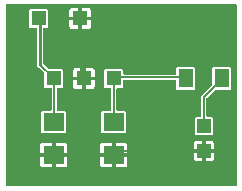
<source format=gbr>
G04 EAGLE Gerber RS-274X export*
G75*
%MOMM*%
%FSLAX34Y34*%
%LPD*%
%INTop Copper*%
%IPPOS*%
%AMOC8*
5,1,8,0,0,1.08239X$1,22.5*%
G01*
%ADD10R,1.200000X1.200000*%
%ADD11R,1.300000X1.600000*%
%ADD12R,1.308000X1.308000*%
%ADD13R,1.800000X1.600000*%
%ADD14C,0.152400*%
%ADD15C,0.254000*%

G36*
X293698Y35564D02*
X293698Y35564D01*
X293717Y35562D01*
X293819Y35584D01*
X293921Y35600D01*
X293938Y35610D01*
X293958Y35614D01*
X294047Y35667D01*
X294138Y35716D01*
X294152Y35730D01*
X294169Y35740D01*
X294236Y35819D01*
X294308Y35894D01*
X294316Y35912D01*
X294329Y35927D01*
X294368Y36023D01*
X294411Y36117D01*
X294413Y36137D01*
X294421Y36155D01*
X294439Y36322D01*
X294439Y188978D01*
X294436Y188998D01*
X294438Y189017D01*
X294416Y189119D01*
X294400Y189221D01*
X294390Y189238D01*
X294386Y189258D01*
X294333Y189347D01*
X294284Y189438D01*
X294270Y189452D01*
X294260Y189469D01*
X294181Y189536D01*
X294106Y189608D01*
X294088Y189616D01*
X294073Y189629D01*
X293977Y189668D01*
X293883Y189711D01*
X293863Y189713D01*
X293845Y189721D01*
X293678Y189739D01*
X99822Y189739D01*
X99802Y189736D01*
X99783Y189738D01*
X99681Y189716D01*
X99579Y189700D01*
X99562Y189690D01*
X99542Y189686D01*
X99453Y189633D01*
X99362Y189584D01*
X99348Y189570D01*
X99331Y189560D01*
X99264Y189481D01*
X99192Y189406D01*
X99184Y189388D01*
X99171Y189373D01*
X99132Y189277D01*
X99089Y189183D01*
X99087Y189163D01*
X99079Y189145D01*
X99061Y188978D01*
X99061Y36322D01*
X99064Y36302D01*
X99062Y36283D01*
X99084Y36181D01*
X99100Y36079D01*
X99110Y36062D01*
X99114Y36042D01*
X99167Y35953D01*
X99216Y35862D01*
X99230Y35848D01*
X99240Y35831D01*
X99319Y35764D01*
X99394Y35692D01*
X99412Y35684D01*
X99427Y35671D01*
X99523Y35632D01*
X99617Y35589D01*
X99637Y35587D01*
X99655Y35579D01*
X99822Y35561D01*
X293678Y35561D01*
X293698Y35564D01*
G37*
%LPC*%
G36*
X180868Y80675D02*
X180868Y80675D01*
X179975Y81568D01*
X179975Y98832D01*
X180868Y99725D01*
X187452Y99725D01*
X187472Y99728D01*
X187491Y99726D01*
X187593Y99748D01*
X187695Y99764D01*
X187712Y99774D01*
X187732Y99778D01*
X187821Y99831D01*
X187912Y99880D01*
X187926Y99894D01*
X187943Y99904D01*
X188010Y99983D01*
X188082Y100058D01*
X188090Y100076D01*
X188103Y100091D01*
X188142Y100187D01*
X188185Y100281D01*
X188187Y100301D01*
X188195Y100319D01*
X188213Y100486D01*
X188213Y118174D01*
X188210Y118194D01*
X188212Y118213D01*
X188190Y118315D01*
X188174Y118417D01*
X188164Y118434D01*
X188160Y118454D01*
X188107Y118543D01*
X188058Y118634D01*
X188044Y118648D01*
X188034Y118665D01*
X187955Y118732D01*
X187880Y118804D01*
X187862Y118812D01*
X187847Y118825D01*
X187751Y118864D01*
X187657Y118907D01*
X187637Y118909D01*
X187619Y118917D01*
X187452Y118935D01*
X183328Y118935D01*
X182435Y119828D01*
X182435Y134172D01*
X183328Y135065D01*
X197672Y135065D01*
X198565Y134172D01*
X198565Y131064D01*
X198568Y131044D01*
X198566Y131025D01*
X198588Y130923D01*
X198604Y130821D01*
X198614Y130804D01*
X198618Y130784D01*
X198671Y130695D01*
X198720Y130604D01*
X198734Y130590D01*
X198744Y130573D01*
X198823Y130506D01*
X198898Y130434D01*
X198916Y130426D01*
X198931Y130413D01*
X199027Y130374D01*
X199121Y130331D01*
X199141Y130329D01*
X199159Y130321D01*
X199326Y130303D01*
X242674Y130303D01*
X242694Y130306D01*
X242713Y130304D01*
X242815Y130326D01*
X242917Y130342D01*
X242934Y130352D01*
X242954Y130356D01*
X243043Y130409D01*
X243134Y130458D01*
X243148Y130472D01*
X243165Y130482D01*
X243232Y130561D01*
X243304Y130636D01*
X243312Y130654D01*
X243325Y130669D01*
X243364Y130765D01*
X243407Y130859D01*
X243409Y130879D01*
X243417Y130897D01*
X243435Y131064D01*
X243435Y135632D01*
X244328Y136525D01*
X258592Y136525D01*
X259485Y135632D01*
X259485Y118368D01*
X258592Y117475D01*
X244328Y117475D01*
X243435Y118368D01*
X243435Y124968D01*
X243432Y124988D01*
X243434Y125007D01*
X243412Y125109D01*
X243396Y125211D01*
X243386Y125228D01*
X243382Y125248D01*
X243329Y125337D01*
X243280Y125428D01*
X243266Y125442D01*
X243256Y125459D01*
X243177Y125526D01*
X243102Y125598D01*
X243084Y125606D01*
X243069Y125619D01*
X242973Y125658D01*
X242879Y125701D01*
X242859Y125703D01*
X242841Y125711D01*
X242674Y125729D01*
X199326Y125729D01*
X199306Y125726D01*
X199287Y125728D01*
X199185Y125706D01*
X199083Y125690D01*
X199066Y125680D01*
X199046Y125676D01*
X198957Y125623D01*
X198866Y125574D01*
X198852Y125560D01*
X198835Y125550D01*
X198768Y125471D01*
X198696Y125396D01*
X198688Y125378D01*
X198675Y125363D01*
X198636Y125267D01*
X198593Y125173D01*
X198591Y125153D01*
X198583Y125135D01*
X198565Y124968D01*
X198565Y119828D01*
X197672Y118935D01*
X193548Y118935D01*
X193528Y118932D01*
X193509Y118934D01*
X193407Y118912D01*
X193305Y118896D01*
X193288Y118886D01*
X193268Y118882D01*
X193179Y118829D01*
X193088Y118780D01*
X193074Y118766D01*
X193057Y118756D01*
X192990Y118677D01*
X192918Y118602D01*
X192910Y118584D01*
X192897Y118569D01*
X192858Y118473D01*
X192815Y118379D01*
X192813Y118359D01*
X192805Y118341D01*
X192787Y118174D01*
X192787Y100486D01*
X192790Y100466D01*
X192788Y100447D01*
X192810Y100345D01*
X192826Y100243D01*
X192836Y100226D01*
X192840Y100206D01*
X192893Y100117D01*
X192942Y100026D01*
X192956Y100012D01*
X192966Y99995D01*
X193045Y99928D01*
X193120Y99856D01*
X193138Y99848D01*
X193153Y99835D01*
X193249Y99796D01*
X193343Y99753D01*
X193363Y99751D01*
X193381Y99743D01*
X193548Y99725D01*
X200132Y99725D01*
X201025Y98832D01*
X201025Y81568D01*
X200132Y80675D01*
X180868Y80675D01*
G37*
%LPD*%
%LPC*%
G36*
X130068Y80675D02*
X130068Y80675D01*
X129175Y81568D01*
X129175Y98832D01*
X130068Y99725D01*
X137160Y99725D01*
X137180Y99728D01*
X137199Y99726D01*
X137301Y99748D01*
X137403Y99764D01*
X137420Y99774D01*
X137440Y99778D01*
X137529Y99831D01*
X137620Y99880D01*
X137634Y99894D01*
X137651Y99904D01*
X137718Y99983D01*
X137790Y100058D01*
X137798Y100076D01*
X137811Y100091D01*
X137850Y100187D01*
X137893Y100281D01*
X137895Y100301D01*
X137903Y100319D01*
X137921Y100486D01*
X137921Y118174D01*
X137918Y118194D01*
X137920Y118213D01*
X137898Y118315D01*
X137882Y118417D01*
X137872Y118434D01*
X137868Y118454D01*
X137815Y118543D01*
X137766Y118634D01*
X137752Y118648D01*
X137742Y118665D01*
X137663Y118732D01*
X137588Y118804D01*
X137570Y118812D01*
X137555Y118825D01*
X137459Y118864D01*
X137365Y118907D01*
X137345Y118909D01*
X137327Y118917D01*
X137160Y118935D01*
X132528Y118935D01*
X131635Y119828D01*
X131635Y131516D01*
X131621Y131606D01*
X131613Y131697D01*
X131601Y131726D01*
X131596Y131758D01*
X131553Y131839D01*
X131517Y131923D01*
X131491Y131955D01*
X131480Y131976D01*
X131457Y131998D01*
X131412Y132054D01*
X127800Y135666D01*
X127726Y135719D01*
X127656Y135779D01*
X127626Y135791D01*
X127600Y135810D01*
X127513Y135837D01*
X127428Y135871D01*
X127387Y135875D01*
X127365Y135882D01*
X127333Y135881D01*
X127261Y135889D01*
X126858Y135889D01*
X125221Y137526D01*
X125221Y168974D01*
X125218Y168994D01*
X125220Y169013D01*
X125198Y169115D01*
X125182Y169217D01*
X125172Y169234D01*
X125168Y169254D01*
X125115Y169343D01*
X125066Y169434D01*
X125052Y169448D01*
X125042Y169465D01*
X124963Y169532D01*
X124888Y169604D01*
X124870Y169612D01*
X124855Y169625D01*
X124759Y169664D01*
X124665Y169707D01*
X124645Y169709D01*
X124627Y169717D01*
X124460Y169735D01*
X119828Y169735D01*
X118935Y170628D01*
X118935Y184972D01*
X119828Y185865D01*
X134172Y185865D01*
X135065Y184972D01*
X135065Y170628D01*
X134172Y169735D01*
X131572Y169735D01*
X131552Y169732D01*
X131533Y169734D01*
X131431Y169712D01*
X131329Y169696D01*
X131312Y169686D01*
X131292Y169682D01*
X131203Y169629D01*
X131112Y169580D01*
X131098Y169566D01*
X131081Y169556D01*
X131014Y169477D01*
X130942Y169402D01*
X130934Y169384D01*
X130921Y169369D01*
X130882Y169273D01*
X130839Y169179D01*
X130837Y169159D01*
X130829Y169141D01*
X130811Y168974D01*
X130811Y139439D01*
X130825Y139348D01*
X130833Y139258D01*
X130845Y139228D01*
X130850Y139196D01*
X130893Y139115D01*
X130929Y139031D01*
X130955Y138999D01*
X130966Y138978D01*
X130989Y138956D01*
X131034Y138900D01*
X134646Y135288D01*
X134720Y135235D01*
X134790Y135175D01*
X134820Y135163D01*
X134846Y135144D01*
X134933Y135117D01*
X135018Y135083D01*
X135059Y135079D01*
X135081Y135072D01*
X135113Y135073D01*
X135184Y135065D01*
X146872Y135065D01*
X147765Y134172D01*
X147765Y119828D01*
X146872Y118935D01*
X143256Y118935D01*
X143236Y118932D01*
X143217Y118934D01*
X143115Y118912D01*
X143013Y118896D01*
X142996Y118886D01*
X142976Y118882D01*
X142887Y118829D01*
X142796Y118780D01*
X142782Y118766D01*
X142765Y118756D01*
X142698Y118677D01*
X142626Y118602D01*
X142618Y118584D01*
X142605Y118569D01*
X142566Y118473D01*
X142523Y118379D01*
X142521Y118359D01*
X142513Y118341D01*
X142495Y118174D01*
X142495Y100486D01*
X142498Y100466D01*
X142496Y100447D01*
X142518Y100345D01*
X142534Y100243D01*
X142544Y100226D01*
X142548Y100206D01*
X142601Y100117D01*
X142650Y100026D01*
X142664Y100012D01*
X142674Y99995D01*
X142753Y99928D01*
X142828Y99856D01*
X142846Y99848D01*
X142861Y99835D01*
X142957Y99796D01*
X143051Y99753D01*
X143071Y99751D01*
X143089Y99743D01*
X143256Y99725D01*
X149332Y99725D01*
X150225Y98832D01*
X150225Y81568D01*
X149332Y80675D01*
X130068Y80675D01*
G37*
%LPD*%
%LPC*%
G36*
X260068Y79175D02*
X260068Y79175D01*
X259175Y80068D01*
X259175Y93332D01*
X260068Y94225D01*
X263652Y94225D01*
X263672Y94228D01*
X263691Y94226D01*
X263793Y94248D01*
X263895Y94264D01*
X263912Y94274D01*
X263932Y94278D01*
X264021Y94331D01*
X264112Y94380D01*
X264126Y94394D01*
X264143Y94404D01*
X264210Y94483D01*
X264282Y94558D01*
X264290Y94576D01*
X264303Y94591D01*
X264342Y94687D01*
X264385Y94781D01*
X264387Y94801D01*
X264395Y94819D01*
X264413Y94986D01*
X264413Y112199D01*
X273692Y121478D01*
X273745Y121552D01*
X273805Y121622D01*
X273817Y121652D01*
X273836Y121678D01*
X273863Y121765D01*
X273897Y121850D01*
X273901Y121891D01*
X273908Y121913D01*
X273907Y121945D01*
X273915Y122017D01*
X273915Y135632D01*
X274808Y136525D01*
X289072Y136525D01*
X289965Y135632D01*
X289965Y118368D01*
X289072Y117475D01*
X276473Y117475D01*
X276382Y117461D01*
X276292Y117453D01*
X276262Y117441D01*
X276230Y117436D01*
X276149Y117393D01*
X276065Y117357D01*
X276033Y117331D01*
X276012Y117320D01*
X275990Y117297D01*
X275934Y117252D01*
X269210Y110528D01*
X269157Y110454D01*
X269097Y110384D01*
X269085Y110354D01*
X269066Y110328D01*
X269039Y110241D01*
X269005Y110156D01*
X269001Y110115D01*
X268994Y110093D01*
X268995Y110061D01*
X268987Y109989D01*
X268987Y94986D01*
X268990Y94966D01*
X268988Y94947D01*
X269010Y94845D01*
X269026Y94743D01*
X269036Y94726D01*
X269040Y94706D01*
X269093Y94617D01*
X269142Y94526D01*
X269156Y94512D01*
X269166Y94495D01*
X269245Y94428D01*
X269320Y94356D01*
X269338Y94348D01*
X269353Y94335D01*
X269449Y94296D01*
X269543Y94253D01*
X269563Y94251D01*
X269581Y94243D01*
X269748Y94225D01*
X273332Y94225D01*
X274225Y93332D01*
X274225Y80068D01*
X273332Y79175D01*
X260068Y79175D01*
G37*
%LPD*%
%LPC*%
G36*
X141223Y63723D02*
X141223Y63723D01*
X141223Y72741D01*
X149034Y72741D01*
X149681Y72568D01*
X150260Y72233D01*
X150733Y71760D01*
X151068Y71181D01*
X151241Y70534D01*
X151241Y63723D01*
X141223Y63723D01*
G37*
%LPD*%
%LPC*%
G36*
X192023Y63723D02*
X192023Y63723D01*
X192023Y72741D01*
X199834Y72741D01*
X200481Y72568D01*
X201060Y72233D01*
X201533Y71760D01*
X201868Y71181D01*
X202041Y70534D01*
X202041Y63723D01*
X192023Y63723D01*
G37*
%LPD*%
%LPC*%
G36*
X192023Y60677D02*
X192023Y60677D01*
X202041Y60677D01*
X202041Y53866D01*
X201868Y53219D01*
X201533Y52640D01*
X201060Y52167D01*
X200481Y51832D01*
X199834Y51659D01*
X192023Y51659D01*
X192023Y60677D01*
G37*
%LPD*%
%LPC*%
G36*
X141223Y60677D02*
X141223Y60677D01*
X151241Y60677D01*
X151241Y53866D01*
X151068Y53219D01*
X150733Y52640D01*
X150260Y52167D01*
X149681Y51832D01*
X149034Y51659D01*
X141223Y51659D01*
X141223Y60677D01*
G37*
%LPD*%
%LPC*%
G36*
X178959Y63723D02*
X178959Y63723D01*
X178959Y70534D01*
X179132Y71181D01*
X179467Y71760D01*
X179940Y72233D01*
X180519Y72568D01*
X181166Y72741D01*
X188977Y72741D01*
X188977Y63723D01*
X178959Y63723D01*
G37*
%LPD*%
%LPC*%
G36*
X128159Y63723D02*
X128159Y63723D01*
X128159Y70534D01*
X128332Y71181D01*
X128667Y71760D01*
X129140Y72233D01*
X129719Y72568D01*
X130366Y72741D01*
X138177Y72741D01*
X138177Y63723D01*
X128159Y63723D01*
G37*
%LPD*%
%LPC*%
G36*
X181166Y51659D02*
X181166Y51659D01*
X180519Y51832D01*
X179940Y52167D01*
X179467Y52640D01*
X179132Y53219D01*
X178959Y53866D01*
X178959Y60677D01*
X188977Y60677D01*
X188977Y51659D01*
X181166Y51659D01*
G37*
%LPD*%
%LPC*%
G36*
X130366Y51659D02*
X130366Y51659D01*
X129719Y51832D01*
X129140Y52167D01*
X128667Y52640D01*
X128332Y53219D01*
X128159Y53866D01*
X128159Y60677D01*
X138177Y60677D01*
X138177Y51659D01*
X130366Y51659D01*
G37*
%LPD*%
%LPC*%
G36*
X163523Y179323D02*
X163523Y179323D01*
X163523Y186881D01*
X168874Y186881D01*
X169521Y186708D01*
X170100Y186373D01*
X170573Y185900D01*
X170908Y185321D01*
X171081Y184674D01*
X171081Y179323D01*
X163523Y179323D01*
G37*
%LPD*%
%LPC*%
G36*
X166623Y128523D02*
X166623Y128523D01*
X166623Y136081D01*
X171974Y136081D01*
X172621Y135908D01*
X173200Y135573D01*
X173673Y135100D01*
X174008Y134521D01*
X174181Y133874D01*
X174181Y128523D01*
X166623Y128523D01*
G37*
%LPD*%
%LPC*%
G36*
X152919Y179323D02*
X152919Y179323D01*
X152919Y184674D01*
X153092Y185321D01*
X153427Y185900D01*
X153900Y186373D01*
X154479Y186708D01*
X155126Y186881D01*
X160477Y186881D01*
X160477Y179323D01*
X152919Y179323D01*
G37*
%LPD*%
%LPC*%
G36*
X156019Y128523D02*
X156019Y128523D01*
X156019Y133874D01*
X156192Y134521D01*
X156527Y135100D01*
X157000Y135573D01*
X157579Y135908D01*
X158226Y136081D01*
X163577Y136081D01*
X163577Y128523D01*
X156019Y128523D01*
G37*
%LPD*%
%LPC*%
G36*
X163523Y168719D02*
X163523Y168719D01*
X163523Y176277D01*
X171081Y176277D01*
X171081Y170926D01*
X170908Y170279D01*
X170573Y169700D01*
X170100Y169227D01*
X169521Y168892D01*
X168874Y168719D01*
X163523Y168719D01*
G37*
%LPD*%
%LPC*%
G36*
X166623Y117919D02*
X166623Y117919D01*
X166623Y125477D01*
X174181Y125477D01*
X174181Y120126D01*
X174008Y119479D01*
X173673Y118900D01*
X173200Y118427D01*
X172621Y118092D01*
X171974Y117919D01*
X166623Y117919D01*
G37*
%LPD*%
%LPC*%
G36*
X155126Y168719D02*
X155126Y168719D01*
X154479Y168892D01*
X153900Y169227D01*
X153427Y169700D01*
X153092Y170279D01*
X152919Y170926D01*
X152919Y176277D01*
X160477Y176277D01*
X160477Y168719D01*
X155126Y168719D01*
G37*
%LPD*%
%LPC*%
G36*
X158226Y117919D02*
X158226Y117919D01*
X157579Y118092D01*
X157000Y118427D01*
X156527Y118900D01*
X156192Y119479D01*
X156019Y120126D01*
X156019Y125477D01*
X163577Y125477D01*
X163577Y117919D01*
X158226Y117919D01*
G37*
%LPD*%
%LPC*%
G36*
X268223Y67223D02*
X268223Y67223D01*
X268223Y74241D01*
X273034Y74241D01*
X273681Y74068D01*
X274260Y73733D01*
X274733Y73260D01*
X275068Y72681D01*
X275241Y72034D01*
X275241Y67223D01*
X268223Y67223D01*
G37*
%LPD*%
%LPC*%
G36*
X258159Y67223D02*
X258159Y67223D01*
X258159Y72034D01*
X258332Y72681D01*
X258667Y73260D01*
X259140Y73733D01*
X259719Y74068D01*
X260366Y74241D01*
X265177Y74241D01*
X265177Y67223D01*
X258159Y67223D01*
G37*
%LPD*%
%LPC*%
G36*
X268223Y57159D02*
X268223Y57159D01*
X268223Y64177D01*
X275241Y64177D01*
X275241Y59366D01*
X275068Y58719D01*
X274733Y58140D01*
X274260Y57667D01*
X273681Y57332D01*
X273034Y57159D01*
X268223Y57159D01*
G37*
%LPD*%
%LPC*%
G36*
X260366Y57159D02*
X260366Y57159D01*
X259719Y57332D01*
X259140Y57667D01*
X258667Y58140D01*
X258332Y58719D01*
X258159Y59366D01*
X258159Y64177D01*
X265177Y64177D01*
X265177Y57159D01*
X260366Y57159D01*
G37*
%LPD*%
%LPC*%
G36*
X161999Y177799D02*
X161999Y177799D01*
X161999Y177801D01*
X162001Y177801D01*
X162001Y177799D01*
X161999Y177799D01*
G37*
%LPD*%
%LPC*%
G36*
X165099Y126999D02*
X165099Y126999D01*
X165099Y127001D01*
X165101Y127001D01*
X165101Y126999D01*
X165099Y126999D01*
G37*
%LPD*%
%LPC*%
G36*
X266699Y65699D02*
X266699Y65699D01*
X266699Y65701D01*
X266701Y65701D01*
X266701Y65699D01*
X266699Y65699D01*
G37*
%LPD*%
%LPC*%
G36*
X190499Y62199D02*
X190499Y62199D01*
X190499Y62201D01*
X190501Y62201D01*
X190501Y62199D01*
X190499Y62199D01*
G37*
%LPD*%
%LPC*%
G36*
X139699Y62199D02*
X139699Y62199D01*
X139699Y62201D01*
X139701Y62201D01*
X139701Y62199D01*
X139699Y62199D01*
G37*
%LPD*%
D10*
X266700Y65700D03*
X266700Y86700D03*
D11*
X281940Y127000D03*
X251460Y127000D03*
D12*
X139700Y127000D03*
X165100Y127000D03*
X190500Y127000D03*
X127000Y177800D03*
X162000Y177800D03*
D13*
X139700Y90200D03*
X139700Y62200D03*
X190500Y62200D03*
X190500Y90200D03*
D14*
X140208Y91440D02*
X140208Y126492D01*
X140208Y91440D02*
X139700Y90200D01*
X140208Y126492D02*
X139700Y127000D01*
D15*
X128016Y138684D02*
X128016Y176784D01*
D14*
X128016Y138684D02*
X139700Y127000D01*
X128016Y176784D02*
X127000Y177800D01*
X163068Y176784D02*
X163068Y129540D01*
X164592Y128016D01*
X163068Y176784D02*
X162000Y177800D01*
X164592Y128016D02*
X165100Y127000D01*
X193548Y65532D02*
X266700Y65532D01*
X193548Y65532D02*
X190500Y62484D01*
X266700Y65532D02*
X266700Y65700D01*
X190500Y62484D02*
X166116Y62484D01*
X140208Y62484D01*
X139700Y62200D01*
X190500Y62484D02*
X190500Y62200D01*
X166116Y62484D02*
X166116Y126492D01*
X165100Y127000D01*
X190500Y128016D02*
X251460Y128016D01*
X251460Y127000D01*
X190500Y127000D02*
X190500Y128016D01*
X190500Y127000D02*
X190500Y90200D01*
X266700Y86700D02*
X266700Y111252D01*
X281940Y126492D01*
X281940Y127000D01*
M02*

</source>
